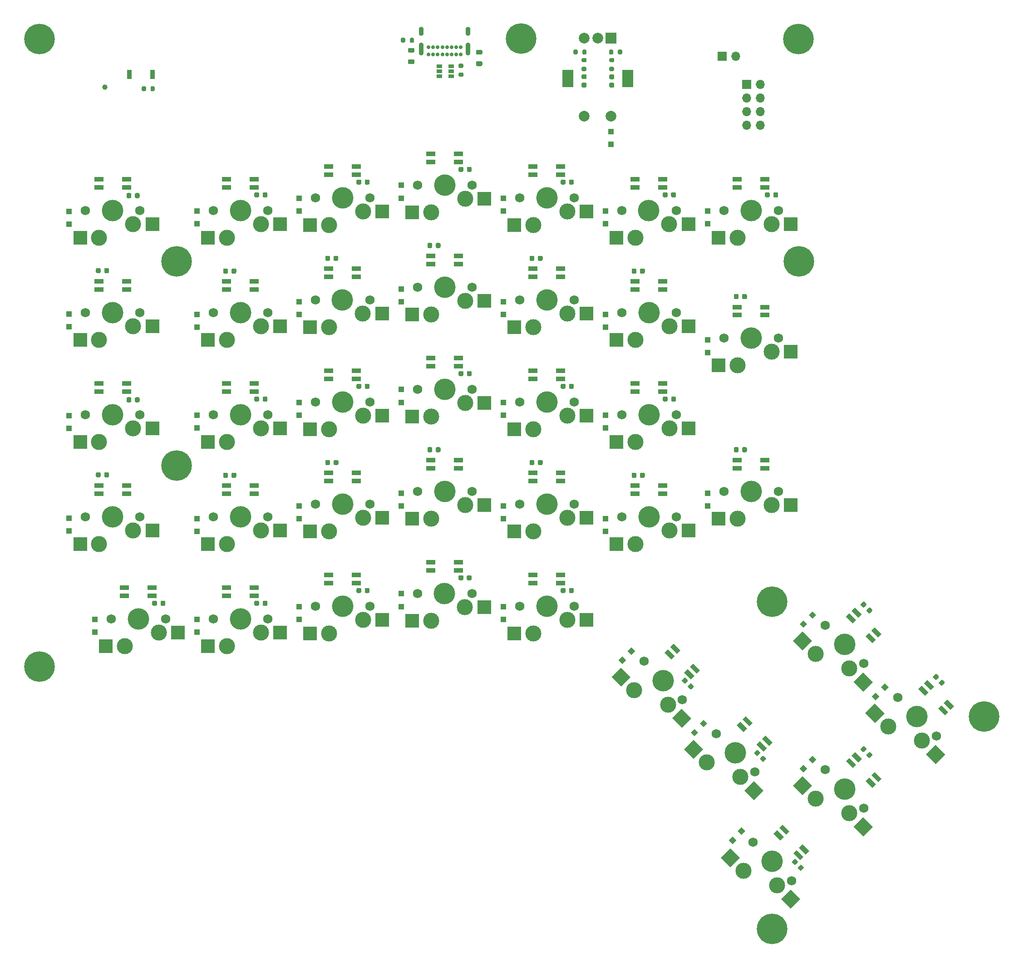
<source format=gbr>
%TF.GenerationSoftware,KiCad,Pcbnew,(5.1.8)-1*%
%TF.CreationDate,2022-07-09T15:07:12+10:00*%
%TF.ProjectId,ergonomic_split_left,6572676f-6e6f-46d6-9963-5f73706c6974,rev?*%
%TF.SameCoordinates,Original*%
%TF.FileFunction,Soldermask,Bot*%
%TF.FilePolarity,Negative*%
%FSLAX46Y46*%
G04 Gerber Fmt 4.6, Leading zero omitted, Abs format (unit mm)*
G04 Created by KiCad (PCBNEW (5.1.8)-1) date 2022-07-09 15:07:12*
%MOMM*%
%LPD*%
G01*
G04 APERTURE LIST*
%ADD10R,2.000000X2.000000*%
%ADD11C,2.000000*%
%ADD12R,2.000000X3.200000*%
%ADD13O,1.700000X1.700000*%
%ADD14R,1.700000X1.700000*%
%ADD15R,1.000000X1.000000*%
%ADD16C,1.750000*%
%ADD17C,3.000000*%
%ADD18R,2.550000X2.500000*%
%ADD19C,4.000000*%
%ADD20R,1.800000X0.900000*%
%ADD21C,5.700000*%
%ADD22C,0.100000*%
%ADD23C,0.700000*%
%ADD24O,0.900000X2.400000*%
%ADD25O,0.900000X1.700000*%
%ADD26R,0.900000X1.700000*%
%ADD27C,1.000000*%
%ADD28R,1.060000X0.650000*%
G04 APERTURE END LIST*
D10*
%TO.C,SW40*%
X186637930Y-56769000D03*
D11*
X184137930Y-56769000D03*
X181637930Y-56769000D03*
D12*
X189737930Y-64269000D03*
X178537930Y-64269000D03*
D11*
X186637930Y-71269000D03*
X181637930Y-71269000D03*
%TD*%
D13*
%TO.C,J2*%
X214471250Y-73025000D03*
X211931250Y-73025000D03*
X214471250Y-70485000D03*
X211931250Y-70485000D03*
X214471250Y-67945000D03*
X211931250Y-67945000D03*
X214471250Y-65405000D03*
D14*
X211931250Y-65405000D03*
%TD*%
D13*
%TO.C,J3*%
X209892900Y-60147200D03*
D14*
X207352900Y-60147200D03*
%TD*%
%TO.C,SW6*%
G36*
G01*
X101020160Y-162434080D02*
X101020160Y-161934080D01*
G75*
G02*
X101245160Y-161709080I225000J0D01*
G01*
X101695160Y-161709080D01*
G75*
G02*
X101920160Y-161934080I0J-225000D01*
G01*
X101920160Y-162434080D01*
G75*
G02*
X101695160Y-162659080I-225000J0D01*
G01*
X101245160Y-162659080D01*
G75*
G02*
X101020160Y-162434080I0J225000D01*
G01*
G37*
G36*
G01*
X102570160Y-162434080D02*
X102570160Y-161934080D01*
G75*
G02*
X102795160Y-161709080I225000J0D01*
G01*
X103245160Y-161709080D01*
G75*
G02*
X103470160Y-161934080I0J-225000D01*
G01*
X103470160Y-162434080D01*
G75*
G02*
X103245160Y-162659080I-225000J0D01*
G01*
X102795160Y-162659080D01*
G75*
G02*
X102570160Y-162434080I0J225000D01*
G01*
G37*
D15*
X90368120Y-165168580D03*
X90368120Y-167568580D03*
D16*
X103502460Y-165096190D03*
X93342460Y-165096190D03*
D17*
X95882460Y-170176190D03*
D18*
X105831260Y-167636310D03*
D17*
X102231260Y-167636310D03*
D19*
X98421260Y-165096310D03*
D20*
X95821260Y-160796310D03*
D18*
X92406260Y-170176310D03*
D20*
X95821260Y-159296310D03*
X101021260Y-159296310D03*
X101021260Y-160796310D03*
%TD*%
D21*
%TO.C,H10*%
X216693750Y-161925000D03*
%TD*%
%TO.C,H9*%
X221625160Y-98425000D03*
%TD*%
%TO.C,H8*%
X221589600Y-56870600D03*
%TD*%
%TO.C,H7*%
X105568750Y-98425000D03*
%TD*%
%TO.C,H6*%
X256230070Y-183342330D03*
%TD*%
%TO.C,H5*%
X169862500Y-56794400D03*
%TD*%
%TO.C,H4*%
X105568750Y-136525000D03*
%TD*%
%TO.C,H3*%
X216641730Y-222905270D03*
%TD*%
%TO.C,H2*%
X80035400Y-173964600D03*
%TD*%
%TO.C,H1*%
X80035400Y-56870600D03*
%TD*%
D15*
%TO.C,D1*%
X186608720Y-76537520D03*
X186608720Y-74137520D03*
%TD*%
%TO.C,SW37*%
G36*
G01*
X209508640Y-133787960D02*
X209508640Y-133287960D01*
G75*
G02*
X209733640Y-133062960I225000J0D01*
G01*
X210183640Y-133062960D01*
G75*
G02*
X210408640Y-133287960I0J-225000D01*
G01*
X210408640Y-133787960D01*
G75*
G02*
X210183640Y-134012960I-225000J0D01*
G01*
X209733640Y-134012960D01*
G75*
G02*
X209508640Y-133787960I0J225000D01*
G01*
G37*
X204602080Y-141627860D03*
X204602080Y-144027860D03*
G36*
G01*
X211058640Y-133787960D02*
X211058640Y-133287960D01*
G75*
G02*
X211283640Y-133062960I225000J0D01*
G01*
X211733640Y-133062960D01*
G75*
G02*
X211958640Y-133287960I0J-225000D01*
G01*
X211958640Y-133787960D01*
G75*
G02*
X211733640Y-134012960I-225000J0D01*
G01*
X211283640Y-134012960D01*
G75*
G02*
X211058640Y-133787960I0J225000D01*
G01*
G37*
D20*
X210122460Y-136984960D03*
D17*
X210182460Y-146364960D03*
D20*
X215322460Y-135484960D03*
X210122460Y-135484960D03*
X215322460Y-136984960D03*
D16*
X217802460Y-141283690D03*
X207642460Y-141283690D03*
D18*
X220131260Y-143823810D03*
D17*
X216531260Y-143823810D03*
D19*
X212721260Y-141283810D03*
D18*
X206706260Y-146363810D03*
%TD*%
%TO.C,SW36*%
G36*
G01*
X209508640Y-105212960D02*
X209508640Y-104712960D01*
G75*
G02*
X209733640Y-104487960I225000J0D01*
G01*
X210183640Y-104487960D01*
G75*
G02*
X210408640Y-104712960I0J-225000D01*
G01*
X210408640Y-105212960D01*
G75*
G02*
X210183640Y-105437960I-225000J0D01*
G01*
X209733640Y-105437960D01*
G75*
G02*
X209508640Y-105212960I0J225000D01*
G01*
G37*
D15*
X204602080Y-113052860D03*
X204602080Y-115452860D03*
G36*
G01*
X211058640Y-105212960D02*
X211058640Y-104712960D01*
G75*
G02*
X211283640Y-104487960I225000J0D01*
G01*
X211733640Y-104487960D01*
G75*
G02*
X211958640Y-104712960I0J-225000D01*
G01*
X211958640Y-105212960D01*
G75*
G02*
X211733640Y-105437960I-225000J0D01*
G01*
X211283640Y-105437960D01*
G75*
G02*
X211058640Y-105212960I0J225000D01*
G01*
G37*
D20*
X210122460Y-108409960D03*
D17*
X210182460Y-117789960D03*
D20*
X215322460Y-106909960D03*
X210122460Y-106909960D03*
X215322460Y-108409960D03*
D16*
X217802460Y-112708690D03*
X207642460Y-112708690D03*
D18*
X220131260Y-115248810D03*
D17*
X216531260Y-115248810D03*
D19*
X212721260Y-112708810D03*
D18*
X206706260Y-117788810D03*
%TD*%
%TO.C,SW24*%
G36*
G01*
X199891302Y-176468775D02*
X200244856Y-176115221D01*
G75*
G02*
X200563054Y-176115221I159099J-159099D01*
G01*
X200881252Y-176433419D01*
G75*
G02*
X200881252Y-176751617I-159099J-159099D01*
G01*
X200527698Y-177105171D01*
G75*
G02*
X200209500Y-177105171I-159099J159099D01*
G01*
X199891302Y-176786973D01*
G75*
G02*
X199891302Y-176468775I159099J159099D01*
G01*
G37*
D22*
G36*
X190373504Y-170380444D02*
G01*
X191080611Y-171087551D01*
X190373504Y-171794658D01*
X189666397Y-171087551D01*
X190373504Y-170380444D01*
G37*
G36*
X188676448Y-172077500D02*
G01*
X189383555Y-172784607D01*
X188676448Y-173491714D01*
X187969341Y-172784607D01*
X188676448Y-172077500D01*
G37*
G36*
G01*
X200987318Y-177564791D02*
X201340872Y-177211237D01*
G75*
G02*
X201659070Y-177211237I159099J-159099D01*
G01*
X201977268Y-177529435D01*
G75*
G02*
X201977268Y-177847633I-159099J-159099D01*
G01*
X201623714Y-178201187D01*
G75*
G02*
X201305516Y-178201187I-159099J159099D01*
G01*
X200987318Y-177882989D01*
G75*
G02*
X200987318Y-177564791I159099J159099D01*
G01*
G37*
D16*
X199931190Y-180183652D03*
X192746986Y-172999447D03*
D17*
X190950934Y-178387601D03*
D22*
G36*
X201567210Y-183644177D02*
G01*
X199799443Y-185411944D01*
X197996320Y-183608821D01*
X199764087Y-181841054D01*
X201567210Y-183644177D01*
G37*
D17*
X197236180Y-181080914D03*
D19*
X196338155Y-176590786D03*
D22*
G36*
X198494830Y-172029947D02*
G01*
X197858434Y-172666343D01*
X196585642Y-171393551D01*
X197222038Y-170757155D01*
X198494830Y-172029947D01*
G37*
G36*
X190278250Y-175947319D02*
G01*
X188510483Y-177715086D01*
X186707360Y-175911963D01*
X188475127Y-174144196D01*
X190278250Y-175947319D01*
G37*
G36*
X199555490Y-170969287D02*
G01*
X198919094Y-171605683D01*
X197646302Y-170332891D01*
X198282698Y-169696495D01*
X199555490Y-170969287D01*
G37*
G36*
X203232446Y-174646242D02*
G01*
X202596050Y-175282638D01*
X201323258Y-174009846D01*
X201959654Y-173373450D01*
X203232446Y-174646242D01*
G37*
G36*
X202171785Y-175706903D02*
G01*
X201535389Y-176343299D01*
X200262597Y-175070507D01*
X200898993Y-174434111D01*
X202171785Y-175706903D01*
G37*
%TD*%
%TO.C,SW18*%
G36*
G01*
X213385052Y-189962525D02*
X213738606Y-189608971D01*
G75*
G02*
X214056804Y-189608971I159099J-159099D01*
G01*
X214375002Y-189927169D01*
G75*
G02*
X214375002Y-190245367I-159099J-159099D01*
G01*
X214021448Y-190598921D01*
G75*
G02*
X213703250Y-190598921I-159099J159099D01*
G01*
X213385052Y-190280723D01*
G75*
G02*
X213385052Y-189962525I159099J159099D01*
G01*
G37*
G36*
X203867254Y-183874194D02*
G01*
X204574361Y-184581301D01*
X203867254Y-185288408D01*
X203160147Y-184581301D01*
X203867254Y-183874194D01*
G37*
G36*
X202170198Y-185571250D02*
G01*
X202877305Y-186278357D01*
X202170198Y-186985464D01*
X201463091Y-186278357D01*
X202170198Y-185571250D01*
G37*
G36*
G01*
X214481068Y-191058541D02*
X214834622Y-190704987D01*
G75*
G02*
X215152820Y-190704987I159099J-159099D01*
G01*
X215471018Y-191023185D01*
G75*
G02*
X215471018Y-191341383I-159099J-159099D01*
G01*
X215117464Y-191694937D01*
G75*
G02*
X214799266Y-191694937I-159099J159099D01*
G01*
X214481068Y-191376739D01*
G75*
G02*
X214481068Y-191058541I159099J159099D01*
G01*
G37*
D16*
X213424940Y-193677402D03*
X206240736Y-186493197D03*
D17*
X204444684Y-191881351D03*
D22*
G36*
X215060960Y-197137927D02*
G01*
X213293193Y-198905694D01*
X211490070Y-197102571D01*
X213257837Y-195334804D01*
X215060960Y-197137927D01*
G37*
D17*
X210729930Y-194574664D03*
D19*
X209831905Y-190084536D03*
D22*
G36*
X211988580Y-185523697D02*
G01*
X211352184Y-186160093D01*
X210079392Y-184887301D01*
X210715788Y-184250905D01*
X211988580Y-185523697D01*
G37*
G36*
X203772000Y-189441069D02*
G01*
X202004233Y-191208836D01*
X200201110Y-189405713D01*
X201968877Y-187637946D01*
X203772000Y-189441069D01*
G37*
G36*
X213049240Y-184463037D02*
G01*
X212412844Y-185099433D01*
X211140052Y-183826641D01*
X211776448Y-183190245D01*
X213049240Y-184463037D01*
G37*
G36*
X216726196Y-188139992D02*
G01*
X216089800Y-188776388D01*
X214817008Y-187503596D01*
X215453404Y-186867200D01*
X216726196Y-188139992D01*
G37*
G36*
X215665535Y-189200653D02*
G01*
X215029139Y-189837049D01*
X213756347Y-188564257D01*
X214392743Y-187927861D01*
X215665535Y-189200653D01*
G37*
%TD*%
%TO.C,SW5*%
G36*
G01*
X90522340Y-138469180D02*
X90522340Y-137969180D01*
G75*
G02*
X90747340Y-137744180I225000J0D01*
G01*
X91197340Y-137744180D01*
G75*
G02*
X91422340Y-137969180I0J-225000D01*
G01*
X91422340Y-138469180D01*
G75*
G02*
X91197340Y-138694180I-225000J0D01*
G01*
X90747340Y-138694180D01*
G75*
G02*
X90522340Y-138469180I0J225000D01*
G01*
G37*
D15*
X85473540Y-146296380D03*
X85473540Y-148696380D03*
G36*
G01*
X92072340Y-138469180D02*
X92072340Y-137969180D01*
G75*
G02*
X92297340Y-137744180I225000J0D01*
G01*
X92747340Y-137744180D01*
G75*
G02*
X92972340Y-137969180I0J-225000D01*
G01*
X92972340Y-138469180D01*
G75*
G02*
X92747340Y-138694180I-225000J0D01*
G01*
X92297340Y-138694180D01*
G75*
G02*
X92072340Y-138469180I0J225000D01*
G01*
G37*
D16*
X88579960Y-146047460D03*
D17*
X91119960Y-151127460D03*
X97469960Y-148587460D03*
D16*
X98739960Y-146047460D03*
D19*
X93659960Y-146047460D03*
D20*
X91059960Y-141747460D03*
X96259960Y-140247460D03*
X91059960Y-140247460D03*
X96259960Y-141747460D03*
D18*
X101068760Y-148586310D03*
X87643760Y-151126310D03*
%TD*%
%TO.C,SW4*%
G36*
G01*
X96237340Y-124473780D02*
X96237340Y-123973780D01*
G75*
G02*
X96462340Y-123748780I225000J0D01*
G01*
X96912340Y-123748780D01*
G75*
G02*
X97137340Y-123973780I0J-225000D01*
G01*
X97137340Y-124473780D01*
G75*
G02*
X96912340Y-124698780I-225000J0D01*
G01*
X96462340Y-124698780D01*
G75*
G02*
X96237340Y-124473780I0J225000D01*
G01*
G37*
D15*
X85524340Y-127170180D03*
X85524340Y-129570180D03*
G36*
G01*
X97787340Y-124473780D02*
X97787340Y-123973780D01*
G75*
G02*
X98012340Y-123748780I225000J0D01*
G01*
X98462340Y-123748780D01*
G75*
G02*
X98687340Y-123973780I0J-225000D01*
G01*
X98687340Y-124473780D01*
G75*
G02*
X98462340Y-124698780I-225000J0D01*
G01*
X98012340Y-124698780D01*
G75*
G02*
X97787340Y-124473780I0J225000D01*
G01*
G37*
D17*
X91119960Y-132077460D03*
D16*
X98739960Y-126997460D03*
D19*
X93659960Y-126997460D03*
D16*
X88579960Y-126996190D03*
D18*
X101068760Y-129536310D03*
D17*
X97468760Y-129536310D03*
D20*
X91058760Y-122696310D03*
D18*
X87643760Y-132076310D03*
D20*
X91058760Y-121196310D03*
X96258760Y-121196310D03*
X96258760Y-122696310D03*
%TD*%
%TO.C,SW3*%
G36*
G01*
X90522340Y-100369180D02*
X90522340Y-99869180D01*
G75*
G02*
X90747340Y-99644180I225000J0D01*
G01*
X91197340Y-99644180D01*
G75*
G02*
X91422340Y-99869180I0J-225000D01*
G01*
X91422340Y-100369180D01*
G75*
G02*
X91197340Y-100594180I-225000J0D01*
G01*
X90747340Y-100594180D01*
G75*
G02*
X90522340Y-100369180I0J225000D01*
G01*
G37*
D15*
X85473540Y-108196380D03*
X85473540Y-110596380D03*
G36*
G01*
X92072340Y-100369180D02*
X92072340Y-99869180D01*
G75*
G02*
X92297340Y-99644180I225000J0D01*
G01*
X92747340Y-99644180D01*
G75*
G02*
X92972340Y-99869180I0J-225000D01*
G01*
X92972340Y-100369180D01*
G75*
G02*
X92747340Y-100594180I-225000J0D01*
G01*
X92297340Y-100594180D01*
G75*
G02*
X92072340Y-100369180I0J225000D01*
G01*
G37*
D16*
X88579960Y-107947460D03*
D17*
X91119960Y-113027460D03*
X97469960Y-110487460D03*
D16*
X98739960Y-107947460D03*
D19*
X93659960Y-107947460D03*
D20*
X91059960Y-103647460D03*
X96259960Y-102147460D03*
X91059960Y-102147460D03*
X96259960Y-103647460D03*
D18*
X101068760Y-110486310D03*
X87643760Y-113026310D03*
%TD*%
%TO.C,SW2*%
G36*
G01*
X96237340Y-86373780D02*
X96237340Y-85873780D01*
G75*
G02*
X96462340Y-85648780I225000J0D01*
G01*
X96912340Y-85648780D01*
G75*
G02*
X97137340Y-85873780I0J-225000D01*
G01*
X97137340Y-86373780D01*
G75*
G02*
X96912340Y-86598780I-225000J0D01*
G01*
X96462340Y-86598780D01*
G75*
G02*
X96237340Y-86373780I0J225000D01*
G01*
G37*
D15*
X85524340Y-89070180D03*
X85524340Y-91470180D03*
G36*
G01*
X97787340Y-86373780D02*
X97787340Y-85873780D01*
G75*
G02*
X98012340Y-85648780I225000J0D01*
G01*
X98462340Y-85648780D01*
G75*
G02*
X98687340Y-85873780I0J-225000D01*
G01*
X98687340Y-86373780D01*
G75*
G02*
X98462340Y-86598780I-225000J0D01*
G01*
X98012340Y-86598780D01*
G75*
G02*
X97787340Y-86373780I0J225000D01*
G01*
G37*
D17*
X91119960Y-93977460D03*
D16*
X98739960Y-88897460D03*
D19*
X93659960Y-88897460D03*
D16*
X88579960Y-88896190D03*
D18*
X101068760Y-91436310D03*
D17*
X97468760Y-91436310D03*
D20*
X91058760Y-84596310D03*
D18*
X87643760Y-93976310D03*
D20*
X91058760Y-83096310D03*
X96258760Y-83096310D03*
X96258760Y-84596310D03*
%TD*%
%TO.C,SW39*%
G36*
G01*
X215320160Y-86234080D02*
X215320160Y-85734080D01*
G75*
G02*
X215545160Y-85509080I225000J0D01*
G01*
X215995160Y-85509080D01*
G75*
G02*
X216220160Y-85734080I0J-225000D01*
G01*
X216220160Y-86234080D01*
G75*
G02*
X215995160Y-86459080I-225000J0D01*
G01*
X215545160Y-86459080D01*
G75*
G02*
X215320160Y-86234080I0J225000D01*
G01*
G37*
G36*
G01*
X216870160Y-86234080D02*
X216870160Y-85734080D01*
G75*
G02*
X217095160Y-85509080I225000J0D01*
G01*
X217545160Y-85509080D01*
G75*
G02*
X217770160Y-85734080I0J-225000D01*
G01*
X217770160Y-86234080D01*
G75*
G02*
X217545160Y-86459080I-225000J0D01*
G01*
X217095160Y-86459080D01*
G75*
G02*
X216870160Y-86234080I0J225000D01*
G01*
G37*
D15*
X204668120Y-88968580D03*
X204668120Y-91368580D03*
D16*
X217802460Y-88896190D03*
X207642460Y-88896190D03*
D17*
X210182460Y-93976190D03*
D18*
X220131260Y-91436310D03*
D17*
X216531260Y-91436310D03*
D19*
X212721260Y-88896310D03*
D20*
X210121260Y-84596310D03*
D18*
X206706260Y-93976310D03*
D20*
X210121260Y-83096310D03*
X215321260Y-83096310D03*
X215321260Y-84596310D03*
%TD*%
%TO.C,SW38*%
G36*
G01*
X246709915Y-175778965D02*
X247063469Y-175425411D01*
G75*
G02*
X247381667Y-175425411I159099J-159099D01*
G01*
X247699865Y-175743609D01*
G75*
G02*
X247699865Y-176061807I-159099J-159099D01*
G01*
X247346311Y-176415361D01*
G75*
G02*
X247028113Y-176415361I-159099J159099D01*
G01*
X246709915Y-176097163D01*
G75*
G02*
X246709915Y-175778965I159099J159099D01*
G01*
G37*
D22*
G36*
X237696807Y-177146042D02*
G01*
X238403914Y-177853149D01*
X237696807Y-178560256D01*
X236989700Y-177853149D01*
X237696807Y-177146042D01*
G37*
G36*
X235999751Y-178843098D02*
G01*
X236706858Y-179550205D01*
X235999751Y-180257312D01*
X235292644Y-179550205D01*
X235999751Y-178843098D01*
G37*
G36*
G01*
X247805931Y-176874980D02*
X248159485Y-176521426D01*
G75*
G02*
X248477683Y-176521426I159099J-159099D01*
G01*
X248795881Y-176839624D01*
G75*
G02*
X248795881Y-177157822I-159099J-159099D01*
G01*
X248442327Y-177511376D01*
G75*
G02*
X248124129Y-177511376I-159099J159099D01*
G01*
X247805931Y-177193178D01*
G75*
G02*
X247805931Y-176874980I159099J159099D01*
G01*
G37*
G36*
X245837926Y-178791819D02*
G01*
X245201530Y-179428215D01*
X243928738Y-178155423D01*
X244565134Y-177519027D01*
X245837926Y-178791819D01*
G37*
D17*
X238293096Y-185148709D03*
D22*
G36*
X250575541Y-181408114D02*
G01*
X249939145Y-182044510D01*
X248666353Y-180771718D01*
X249302749Y-180135322D01*
X250575541Y-181408114D01*
G37*
G36*
X246898586Y-177731159D02*
G01*
X246262190Y-178367555D01*
X244989398Y-177094763D01*
X245625794Y-176458367D01*
X246898586Y-177731159D01*
G37*
G36*
X249514881Y-182468774D02*
G01*
X248878485Y-183105170D01*
X247605693Y-181832378D01*
X248242089Y-181195982D01*
X249514881Y-182468774D01*
G37*
D16*
X247274250Y-186943862D03*
X240090046Y-179759657D03*
D22*
G36*
X248910270Y-190404387D02*
G01*
X247142503Y-192172154D01*
X245339380Y-190369031D01*
X247107147Y-188601264D01*
X248910270Y-190404387D01*
G37*
D17*
X244579240Y-187841124D03*
D19*
X243681215Y-183350996D03*
D22*
G36*
X237621310Y-182707529D02*
G01*
X235853543Y-184475296D01*
X234050420Y-182672173D01*
X235818187Y-180904406D01*
X237621310Y-182707529D01*
G37*
%TD*%
%TO.C,SW35*%
G36*
G01*
X233216165Y-162285215D02*
X233569719Y-161931661D01*
G75*
G02*
X233887917Y-161931661I159099J-159099D01*
G01*
X234206115Y-162249859D01*
G75*
G02*
X234206115Y-162568057I-159099J-159099D01*
G01*
X233852561Y-162921611D01*
G75*
G02*
X233534363Y-162921611I-159099J159099D01*
G01*
X233216165Y-162603413D01*
G75*
G02*
X233216165Y-162285215I159099J159099D01*
G01*
G37*
G36*
X224203057Y-163652292D02*
G01*
X224910164Y-164359399D01*
X224203057Y-165066506D01*
X223495950Y-164359399D01*
X224203057Y-163652292D01*
G37*
G36*
X222506001Y-165349348D02*
G01*
X223213108Y-166056455D01*
X222506001Y-166763562D01*
X221798894Y-166056455D01*
X222506001Y-165349348D01*
G37*
G36*
G01*
X234312181Y-163381230D02*
X234665735Y-163027676D01*
G75*
G02*
X234983933Y-163027676I159099J-159099D01*
G01*
X235302131Y-163345874D01*
G75*
G02*
X235302131Y-163664072I-159099J-159099D01*
G01*
X234948577Y-164017626D01*
G75*
G02*
X234630379Y-164017626I-159099J159099D01*
G01*
X234312181Y-163699428D01*
G75*
G02*
X234312181Y-163381230I159099J159099D01*
G01*
G37*
G36*
X232344176Y-165298069D02*
G01*
X231707780Y-165934465D01*
X230434988Y-164661673D01*
X231071384Y-164025277D01*
X232344176Y-165298069D01*
G37*
D17*
X224799346Y-171654959D03*
D22*
G36*
X237081791Y-167914364D02*
G01*
X236445395Y-168550760D01*
X235172603Y-167277968D01*
X235808999Y-166641572D01*
X237081791Y-167914364D01*
G37*
G36*
X233404836Y-164237409D02*
G01*
X232768440Y-164873805D01*
X231495648Y-163601013D01*
X232132044Y-162964617D01*
X233404836Y-164237409D01*
G37*
G36*
X236021131Y-168975024D02*
G01*
X235384735Y-169611420D01*
X234111943Y-168338628D01*
X234748339Y-167702232D01*
X236021131Y-168975024D01*
G37*
D16*
X233780500Y-173450112D03*
X226596296Y-166265907D03*
D22*
G36*
X235416520Y-176910637D02*
G01*
X233648753Y-178678404D01*
X231845630Y-176875281D01*
X233613397Y-175107514D01*
X235416520Y-176910637D01*
G37*
D17*
X231085490Y-174347374D03*
D19*
X230187465Y-169857246D03*
D22*
G36*
X224127560Y-169213779D02*
G01*
X222359793Y-170981546D01*
X220556670Y-169178423D01*
X222324437Y-167410656D01*
X224127560Y-169213779D01*
G37*
%TD*%
%TO.C,SW34*%
G36*
G01*
X190458640Y-138550460D02*
X190458640Y-138050460D01*
G75*
G02*
X190683640Y-137825460I225000J0D01*
G01*
X191133640Y-137825460D01*
G75*
G02*
X191358640Y-138050460I0J-225000D01*
G01*
X191358640Y-138550460D01*
G75*
G02*
X191133640Y-138775460I-225000J0D01*
G01*
X190683640Y-138775460D01*
G75*
G02*
X190458640Y-138550460I0J225000D01*
G01*
G37*
D15*
X185552080Y-146390360D03*
X185552080Y-148790360D03*
G36*
G01*
X192008640Y-138550460D02*
X192008640Y-138050460D01*
G75*
G02*
X192233640Y-137825460I225000J0D01*
G01*
X192683640Y-137825460D01*
G75*
G02*
X192908640Y-138050460I0J-225000D01*
G01*
X192908640Y-138550460D01*
G75*
G02*
X192683640Y-138775460I-225000J0D01*
G01*
X192233640Y-138775460D01*
G75*
G02*
X192008640Y-138550460I0J225000D01*
G01*
G37*
D20*
X191072460Y-141747460D03*
D17*
X191132460Y-151127460D03*
D20*
X196272460Y-140247460D03*
X191072460Y-140247460D03*
X196272460Y-141747460D03*
D16*
X198752460Y-146046190D03*
X188592460Y-146046190D03*
D18*
X201081260Y-148586310D03*
D17*
X197481260Y-148586310D03*
D19*
X193671260Y-146046310D03*
D18*
X187656260Y-151126310D03*
%TD*%
%TO.C,SW33*%
G36*
G01*
X196270160Y-124334080D02*
X196270160Y-123834080D01*
G75*
G02*
X196495160Y-123609080I225000J0D01*
G01*
X196945160Y-123609080D01*
G75*
G02*
X197170160Y-123834080I0J-225000D01*
G01*
X197170160Y-124334080D01*
G75*
G02*
X196945160Y-124559080I-225000J0D01*
G01*
X196495160Y-124559080D01*
G75*
G02*
X196270160Y-124334080I0J225000D01*
G01*
G37*
G36*
G01*
X197820160Y-124334080D02*
X197820160Y-123834080D01*
G75*
G02*
X198045160Y-123609080I225000J0D01*
G01*
X198495160Y-123609080D01*
G75*
G02*
X198720160Y-123834080I0J-225000D01*
G01*
X198720160Y-124334080D01*
G75*
G02*
X198495160Y-124559080I-225000J0D01*
G01*
X198045160Y-124559080D01*
G75*
G02*
X197820160Y-124334080I0J225000D01*
G01*
G37*
D15*
X185618120Y-127068580D03*
X185618120Y-129468580D03*
D16*
X198752460Y-126996190D03*
X188592460Y-126996190D03*
D17*
X191132460Y-132076190D03*
D18*
X201081260Y-129536310D03*
D17*
X197481260Y-129536310D03*
D19*
X193671260Y-126996310D03*
D20*
X191071260Y-122696310D03*
D18*
X187656260Y-132076310D03*
D20*
X191071260Y-121196310D03*
X196271260Y-121196310D03*
X196271260Y-122696310D03*
%TD*%
%TO.C,SW32*%
G36*
G01*
X190458640Y-100450460D02*
X190458640Y-99950460D01*
G75*
G02*
X190683640Y-99725460I225000J0D01*
G01*
X191133640Y-99725460D01*
G75*
G02*
X191358640Y-99950460I0J-225000D01*
G01*
X191358640Y-100450460D01*
G75*
G02*
X191133640Y-100675460I-225000J0D01*
G01*
X190683640Y-100675460D01*
G75*
G02*
X190458640Y-100450460I0J225000D01*
G01*
G37*
D15*
X185552080Y-108290360D03*
X185552080Y-110690360D03*
G36*
G01*
X192008640Y-100450460D02*
X192008640Y-99950460D01*
G75*
G02*
X192233640Y-99725460I225000J0D01*
G01*
X192683640Y-99725460D01*
G75*
G02*
X192908640Y-99950460I0J-225000D01*
G01*
X192908640Y-100450460D01*
G75*
G02*
X192683640Y-100675460I-225000J0D01*
G01*
X192233640Y-100675460D01*
G75*
G02*
X192008640Y-100450460I0J225000D01*
G01*
G37*
D20*
X191072460Y-103647460D03*
D17*
X191132460Y-113027460D03*
D20*
X196272460Y-102147460D03*
X191072460Y-102147460D03*
X196272460Y-103647460D03*
D16*
X198752460Y-107946190D03*
X188592460Y-107946190D03*
D18*
X201081260Y-110486310D03*
D17*
X197481260Y-110486310D03*
D19*
X193671260Y-107946310D03*
D18*
X187656260Y-113026310D03*
%TD*%
%TO.C,SW31*%
G36*
G01*
X196266420Y-86230390D02*
X196266420Y-85730390D01*
G75*
G02*
X196491420Y-85505390I225000J0D01*
G01*
X196941420Y-85505390D01*
G75*
G02*
X197166420Y-85730390I0J-225000D01*
G01*
X197166420Y-86230390D01*
G75*
G02*
X196941420Y-86455390I-225000J0D01*
G01*
X196491420Y-86455390D01*
G75*
G02*
X196266420Y-86230390I0J225000D01*
G01*
G37*
G36*
G01*
X197816420Y-86230390D02*
X197816420Y-85730390D01*
G75*
G02*
X198041420Y-85505390I225000J0D01*
G01*
X198491420Y-85505390D01*
G75*
G02*
X198716420Y-85730390I0J-225000D01*
G01*
X198716420Y-86230390D01*
G75*
G02*
X198491420Y-86455390I-225000J0D01*
G01*
X198041420Y-86455390D01*
G75*
G02*
X197816420Y-86230390I0J225000D01*
G01*
G37*
D15*
X185614380Y-88964890D03*
X185614380Y-91364890D03*
D16*
X198748720Y-88892500D03*
X188588720Y-88892500D03*
D17*
X191128720Y-93972500D03*
D18*
X201077520Y-91432620D03*
D17*
X197477520Y-91432620D03*
D19*
X193667520Y-88892620D03*
D20*
X191067520Y-84592620D03*
D18*
X187652520Y-93972620D03*
D20*
X191067520Y-83092620D03*
X196267520Y-83092620D03*
X196267520Y-84592620D03*
%TD*%
%TO.C,SW30*%
G36*
G01*
X233216130Y-189267461D02*
X233569684Y-188913907D01*
G75*
G02*
X233887882Y-188913907I159099J-159099D01*
G01*
X234206080Y-189232105D01*
G75*
G02*
X234206080Y-189550303I-159099J-159099D01*
G01*
X233852526Y-189903857D01*
G75*
G02*
X233534328Y-189903857I-159099J159099D01*
G01*
X233216130Y-189585659D01*
G75*
G02*
X233216130Y-189267461I159099J159099D01*
G01*
G37*
D22*
G36*
X224203022Y-190634538D02*
G01*
X224910129Y-191341645D01*
X224203022Y-192048752D01*
X223495915Y-191341645D01*
X224203022Y-190634538D01*
G37*
G36*
X222505966Y-192331594D02*
G01*
X223213073Y-193038701D01*
X222505966Y-193745808D01*
X221798859Y-193038701D01*
X222505966Y-192331594D01*
G37*
G36*
G01*
X234312146Y-190363476D02*
X234665700Y-190009922D01*
G75*
G02*
X234983898Y-190009922I159099J-159099D01*
G01*
X235302096Y-190328120D01*
G75*
G02*
X235302096Y-190646318I-159099J-159099D01*
G01*
X234948542Y-190999872D01*
G75*
G02*
X234630344Y-190999872I-159099J159099D01*
G01*
X234312146Y-190681674D01*
G75*
G02*
X234312146Y-190363476I159099J159099D01*
G01*
G37*
G36*
X232344141Y-192280315D02*
G01*
X231707745Y-192916711D01*
X230434953Y-191643919D01*
X231071349Y-191007523D01*
X232344141Y-192280315D01*
G37*
D17*
X224799311Y-198637205D03*
D22*
G36*
X237081756Y-194896610D02*
G01*
X236445360Y-195533006D01*
X235172568Y-194260214D01*
X235808964Y-193623818D01*
X237081756Y-194896610D01*
G37*
G36*
X233404801Y-191219655D02*
G01*
X232768405Y-191856051D01*
X231495613Y-190583259D01*
X232132009Y-189946863D01*
X233404801Y-191219655D01*
G37*
G36*
X236021096Y-195957270D02*
G01*
X235384700Y-196593666D01*
X234111908Y-195320874D01*
X234748304Y-194684478D01*
X236021096Y-195957270D01*
G37*
D16*
X233780465Y-200432358D03*
X226596261Y-193248153D03*
D22*
G36*
X235416485Y-203892883D02*
G01*
X233648718Y-205660650D01*
X231845595Y-203857527D01*
X233613362Y-202089760D01*
X235416485Y-203892883D01*
G37*
D17*
X231085455Y-201329620D03*
D19*
X230187430Y-196839492D03*
D22*
G36*
X224127525Y-196196025D02*
G01*
X222359758Y-197963792D01*
X220556635Y-196160669D01*
X222324402Y-194392902D01*
X224127525Y-196196025D01*
G37*
%TD*%
%TO.C,SW29*%
G36*
G01*
X177220160Y-160052830D02*
X177220160Y-159552830D01*
G75*
G02*
X177445160Y-159327830I225000J0D01*
G01*
X177895160Y-159327830D01*
G75*
G02*
X178120160Y-159552830I0J-225000D01*
G01*
X178120160Y-160052830D01*
G75*
G02*
X177895160Y-160277830I-225000J0D01*
G01*
X177445160Y-160277830D01*
G75*
G02*
X177220160Y-160052830I0J225000D01*
G01*
G37*
G36*
G01*
X178770160Y-160052830D02*
X178770160Y-159552830D01*
G75*
G02*
X178995160Y-159327830I225000J0D01*
G01*
X179445160Y-159327830D01*
G75*
G02*
X179670160Y-159552830I0J-225000D01*
G01*
X179670160Y-160052830D01*
G75*
G02*
X179445160Y-160277830I-225000J0D01*
G01*
X178995160Y-160277830D01*
G75*
G02*
X178770160Y-160052830I0J225000D01*
G01*
G37*
D15*
X166568120Y-162787330D03*
X166568120Y-165187330D03*
D16*
X179702460Y-162714940D03*
X169542460Y-162714940D03*
D17*
X172082460Y-167794940D03*
D18*
X182031260Y-165255060D03*
D17*
X178431260Y-165255060D03*
D19*
X174621260Y-162715060D03*
D20*
X172021260Y-158415060D03*
D18*
X168606260Y-167795060D03*
D20*
X172021260Y-156915060D03*
X177221260Y-156915060D03*
X177221260Y-158415060D03*
%TD*%
%TO.C,SW28*%
G36*
G01*
X171408640Y-136169210D02*
X171408640Y-135669210D01*
G75*
G02*
X171633640Y-135444210I225000J0D01*
G01*
X172083640Y-135444210D01*
G75*
G02*
X172308640Y-135669210I0J-225000D01*
G01*
X172308640Y-136169210D01*
G75*
G02*
X172083640Y-136394210I-225000J0D01*
G01*
X171633640Y-136394210D01*
G75*
G02*
X171408640Y-136169210I0J225000D01*
G01*
G37*
D15*
X166502080Y-144009110D03*
X166502080Y-146409110D03*
G36*
G01*
X172958640Y-136169210D02*
X172958640Y-135669210D01*
G75*
G02*
X173183640Y-135444210I225000J0D01*
G01*
X173633640Y-135444210D01*
G75*
G02*
X173858640Y-135669210I0J-225000D01*
G01*
X173858640Y-136169210D01*
G75*
G02*
X173633640Y-136394210I-225000J0D01*
G01*
X173183640Y-136394210D01*
G75*
G02*
X172958640Y-136169210I0J225000D01*
G01*
G37*
D20*
X172022460Y-139366210D03*
D17*
X172082460Y-148746210D03*
D20*
X177222460Y-137866210D03*
X172022460Y-137866210D03*
X177222460Y-139366210D03*
D16*
X179702460Y-143664940D03*
X169542460Y-143664940D03*
D18*
X182031260Y-146205060D03*
D17*
X178431260Y-146205060D03*
D19*
X174621260Y-143665060D03*
D18*
X168606260Y-148745060D03*
%TD*%
%TO.C,SW27*%
G36*
G01*
X177220160Y-121952830D02*
X177220160Y-121452830D01*
G75*
G02*
X177445160Y-121227830I225000J0D01*
G01*
X177895160Y-121227830D01*
G75*
G02*
X178120160Y-121452830I0J-225000D01*
G01*
X178120160Y-121952830D01*
G75*
G02*
X177895160Y-122177830I-225000J0D01*
G01*
X177445160Y-122177830D01*
G75*
G02*
X177220160Y-121952830I0J225000D01*
G01*
G37*
G36*
G01*
X178770160Y-121952830D02*
X178770160Y-121452830D01*
G75*
G02*
X178995160Y-121227830I225000J0D01*
G01*
X179445160Y-121227830D01*
G75*
G02*
X179670160Y-121452830I0J-225000D01*
G01*
X179670160Y-121952830D01*
G75*
G02*
X179445160Y-122177830I-225000J0D01*
G01*
X178995160Y-122177830D01*
G75*
G02*
X178770160Y-121952830I0J225000D01*
G01*
G37*
D15*
X166568120Y-124687330D03*
X166568120Y-127087330D03*
D16*
X179702460Y-124614940D03*
X169542460Y-124614940D03*
D17*
X172082460Y-129694940D03*
D18*
X182031260Y-127155060D03*
D17*
X178431260Y-127155060D03*
D19*
X174621260Y-124615060D03*
D20*
X172021260Y-120315060D03*
D18*
X168606260Y-129695060D03*
D20*
X172021260Y-118815060D03*
X177221260Y-118815060D03*
X177221260Y-120315060D03*
%TD*%
%TO.C,SW26*%
G36*
G01*
X171408640Y-98069210D02*
X171408640Y-97569210D01*
G75*
G02*
X171633640Y-97344210I225000J0D01*
G01*
X172083640Y-97344210D01*
G75*
G02*
X172308640Y-97569210I0J-225000D01*
G01*
X172308640Y-98069210D01*
G75*
G02*
X172083640Y-98294210I-225000J0D01*
G01*
X171633640Y-98294210D01*
G75*
G02*
X171408640Y-98069210I0J225000D01*
G01*
G37*
D15*
X166502080Y-105909110D03*
X166502080Y-108309110D03*
G36*
G01*
X172958640Y-98069210D02*
X172958640Y-97569210D01*
G75*
G02*
X173183640Y-97344210I225000J0D01*
G01*
X173633640Y-97344210D01*
G75*
G02*
X173858640Y-97569210I0J-225000D01*
G01*
X173858640Y-98069210D01*
G75*
G02*
X173633640Y-98294210I-225000J0D01*
G01*
X173183640Y-98294210D01*
G75*
G02*
X172958640Y-98069210I0J225000D01*
G01*
G37*
D20*
X172022460Y-101266210D03*
D17*
X172082460Y-110646210D03*
D20*
X177222460Y-99766210D03*
X172022460Y-99766210D03*
X177222460Y-101266210D03*
D16*
X179702460Y-105564940D03*
X169542460Y-105564940D03*
D18*
X182031260Y-108105060D03*
D17*
X178431260Y-108105060D03*
D19*
X174621260Y-105565060D03*
D18*
X168606260Y-110645060D03*
%TD*%
%TO.C,SW25*%
G36*
G01*
X177220160Y-83852830D02*
X177220160Y-83352830D01*
G75*
G02*
X177445160Y-83127830I225000J0D01*
G01*
X177895160Y-83127830D01*
G75*
G02*
X178120160Y-83352830I0J-225000D01*
G01*
X178120160Y-83852830D01*
G75*
G02*
X177895160Y-84077830I-225000J0D01*
G01*
X177445160Y-84077830D01*
G75*
G02*
X177220160Y-83852830I0J225000D01*
G01*
G37*
G36*
G01*
X178770160Y-83852830D02*
X178770160Y-83352830D01*
G75*
G02*
X178995160Y-83127830I225000J0D01*
G01*
X179445160Y-83127830D01*
G75*
G02*
X179670160Y-83352830I0J-225000D01*
G01*
X179670160Y-83852830D01*
G75*
G02*
X179445160Y-84077830I-225000J0D01*
G01*
X178995160Y-84077830D01*
G75*
G02*
X178770160Y-83852830I0J225000D01*
G01*
G37*
D15*
X166568120Y-86587330D03*
X166568120Y-88987330D03*
D16*
X179702460Y-86514940D03*
X169542460Y-86514940D03*
D17*
X172082460Y-91594940D03*
D18*
X182031260Y-89055060D03*
D17*
X178431260Y-89055060D03*
D19*
X174621260Y-86515060D03*
D20*
X172021260Y-82215060D03*
D18*
X168606260Y-91595060D03*
D20*
X172021260Y-80715060D03*
X177221260Y-80715060D03*
X177221260Y-82215060D03*
%TD*%
%TO.C,SW23*%
G36*
G01*
X158166420Y-157671580D02*
X158166420Y-157171580D01*
G75*
G02*
X158391420Y-156946580I225000J0D01*
G01*
X158841420Y-156946580D01*
G75*
G02*
X159066420Y-157171580I0J-225000D01*
G01*
X159066420Y-157671580D01*
G75*
G02*
X158841420Y-157896580I-225000J0D01*
G01*
X158391420Y-157896580D01*
G75*
G02*
X158166420Y-157671580I0J225000D01*
G01*
G37*
G36*
G01*
X159716420Y-157671580D02*
X159716420Y-157171580D01*
G75*
G02*
X159941420Y-156946580I225000J0D01*
G01*
X160391420Y-156946580D01*
G75*
G02*
X160616420Y-157171580I0J-225000D01*
G01*
X160616420Y-157671580D01*
G75*
G02*
X160391420Y-157896580I-225000J0D01*
G01*
X159941420Y-157896580D01*
G75*
G02*
X159716420Y-157671580I0J225000D01*
G01*
G37*
D15*
X147514380Y-160406080D03*
X147514380Y-162806080D03*
D16*
X160648720Y-160333690D03*
X150488720Y-160333690D03*
D17*
X153028720Y-165413690D03*
D18*
X162977520Y-162873810D03*
D17*
X159377520Y-162873810D03*
D19*
X155567520Y-160333810D03*
D20*
X152967520Y-156033810D03*
D18*
X149552520Y-165413810D03*
D20*
X152967520Y-154533810D03*
X158167520Y-154533810D03*
X158167520Y-156033810D03*
%TD*%
%TO.C,SW22*%
G36*
G01*
X152358640Y-133787960D02*
X152358640Y-133287960D01*
G75*
G02*
X152583640Y-133062960I225000J0D01*
G01*
X153033640Y-133062960D01*
G75*
G02*
X153258640Y-133287960I0J-225000D01*
G01*
X153258640Y-133787960D01*
G75*
G02*
X153033640Y-134012960I-225000J0D01*
G01*
X152583640Y-134012960D01*
G75*
G02*
X152358640Y-133787960I0J225000D01*
G01*
G37*
D15*
X147452080Y-141627860D03*
X147452080Y-144027860D03*
G36*
G01*
X153908640Y-133787960D02*
X153908640Y-133287960D01*
G75*
G02*
X154133640Y-133062960I225000J0D01*
G01*
X154583640Y-133062960D01*
G75*
G02*
X154808640Y-133287960I0J-225000D01*
G01*
X154808640Y-133787960D01*
G75*
G02*
X154583640Y-134012960I-225000J0D01*
G01*
X154133640Y-134012960D01*
G75*
G02*
X153908640Y-133787960I0J225000D01*
G01*
G37*
D20*
X152972460Y-136984960D03*
D17*
X153032460Y-146364960D03*
D20*
X158172460Y-135484960D03*
X152972460Y-135484960D03*
X158172460Y-136984960D03*
D16*
X160652460Y-141283690D03*
X150492460Y-141283690D03*
D18*
X162981260Y-143823810D03*
D17*
X159381260Y-143823810D03*
D19*
X155571260Y-141283810D03*
D18*
X149556260Y-146363810D03*
%TD*%
%TO.C,SW21*%
G36*
G01*
X158170160Y-119571580D02*
X158170160Y-119071580D01*
G75*
G02*
X158395160Y-118846580I225000J0D01*
G01*
X158845160Y-118846580D01*
G75*
G02*
X159070160Y-119071580I0J-225000D01*
G01*
X159070160Y-119571580D01*
G75*
G02*
X158845160Y-119796580I-225000J0D01*
G01*
X158395160Y-119796580D01*
G75*
G02*
X158170160Y-119571580I0J225000D01*
G01*
G37*
G36*
G01*
X159720160Y-119571580D02*
X159720160Y-119071580D01*
G75*
G02*
X159945160Y-118846580I225000J0D01*
G01*
X160395160Y-118846580D01*
G75*
G02*
X160620160Y-119071580I0J-225000D01*
G01*
X160620160Y-119571580D01*
G75*
G02*
X160395160Y-119796580I-225000J0D01*
G01*
X159945160Y-119796580D01*
G75*
G02*
X159720160Y-119571580I0J225000D01*
G01*
G37*
D15*
X147518120Y-122306080D03*
X147518120Y-124706080D03*
D16*
X160652460Y-122233690D03*
X150492460Y-122233690D03*
D17*
X153032460Y-127313690D03*
D18*
X162981260Y-124773810D03*
D17*
X159381260Y-124773810D03*
D19*
X155571260Y-122233810D03*
D20*
X152971260Y-117933810D03*
D18*
X149556260Y-127313810D03*
D20*
X152971260Y-116433810D03*
X158171260Y-116433810D03*
X158171260Y-117933810D03*
%TD*%
%TO.C,SW20*%
G36*
G01*
X152358640Y-95687960D02*
X152358640Y-95187960D01*
G75*
G02*
X152583640Y-94962960I225000J0D01*
G01*
X153033640Y-94962960D01*
G75*
G02*
X153258640Y-95187960I0J-225000D01*
G01*
X153258640Y-95687960D01*
G75*
G02*
X153033640Y-95912960I-225000J0D01*
G01*
X152583640Y-95912960D01*
G75*
G02*
X152358640Y-95687960I0J225000D01*
G01*
G37*
D15*
X147452080Y-103527860D03*
X147452080Y-105927860D03*
G36*
G01*
X153908640Y-95687960D02*
X153908640Y-95187960D01*
G75*
G02*
X154133640Y-94962960I225000J0D01*
G01*
X154583640Y-94962960D01*
G75*
G02*
X154808640Y-95187960I0J-225000D01*
G01*
X154808640Y-95687960D01*
G75*
G02*
X154583640Y-95912960I-225000J0D01*
G01*
X154133640Y-95912960D01*
G75*
G02*
X153908640Y-95687960I0J225000D01*
G01*
G37*
D20*
X152972460Y-98884960D03*
D17*
X153032460Y-108264960D03*
D20*
X158172460Y-97384960D03*
X152972460Y-97384960D03*
X158172460Y-98884960D03*
D16*
X160652460Y-103183690D03*
X150492460Y-103183690D03*
D18*
X162981260Y-105723810D03*
D17*
X159381260Y-105723810D03*
D19*
X155571260Y-103183810D03*
D18*
X149556260Y-108263810D03*
%TD*%
%TO.C,SW19*%
G36*
G01*
X158170160Y-81467890D02*
X158170160Y-80967890D01*
G75*
G02*
X158395160Y-80742890I225000J0D01*
G01*
X158845160Y-80742890D01*
G75*
G02*
X159070160Y-80967890I0J-225000D01*
G01*
X159070160Y-81467890D01*
G75*
G02*
X158845160Y-81692890I-225000J0D01*
G01*
X158395160Y-81692890D01*
G75*
G02*
X158170160Y-81467890I0J225000D01*
G01*
G37*
G36*
G01*
X159720160Y-81467890D02*
X159720160Y-80967890D01*
G75*
G02*
X159945160Y-80742890I225000J0D01*
G01*
X160395160Y-80742890D01*
G75*
G02*
X160620160Y-80967890I0J-225000D01*
G01*
X160620160Y-81467890D01*
G75*
G02*
X160395160Y-81692890I-225000J0D01*
G01*
X159945160Y-81692890D01*
G75*
G02*
X159720160Y-81467890I0J225000D01*
G01*
G37*
D15*
X147518120Y-84202390D03*
X147518120Y-86602390D03*
D16*
X160652460Y-84130000D03*
X150492460Y-84130000D03*
D17*
X153032460Y-89210000D03*
D18*
X162981260Y-86670120D03*
D17*
X159381260Y-86670120D03*
D19*
X155571260Y-84130120D03*
D20*
X152971260Y-79830120D03*
D18*
X149556260Y-89210120D03*
D20*
X152971260Y-78330120D03*
X158171260Y-78330120D03*
X158171260Y-79830120D03*
%TD*%
%TO.C,SW17*%
G36*
G01*
X139120160Y-160052830D02*
X139120160Y-159552830D01*
G75*
G02*
X139345160Y-159327830I225000J0D01*
G01*
X139795160Y-159327830D01*
G75*
G02*
X140020160Y-159552830I0J-225000D01*
G01*
X140020160Y-160052830D01*
G75*
G02*
X139795160Y-160277830I-225000J0D01*
G01*
X139345160Y-160277830D01*
G75*
G02*
X139120160Y-160052830I0J225000D01*
G01*
G37*
G36*
G01*
X140670160Y-160052830D02*
X140670160Y-159552830D01*
G75*
G02*
X140895160Y-159327830I225000J0D01*
G01*
X141345160Y-159327830D01*
G75*
G02*
X141570160Y-159552830I0J-225000D01*
G01*
X141570160Y-160052830D01*
G75*
G02*
X141345160Y-160277830I-225000J0D01*
G01*
X140895160Y-160277830D01*
G75*
G02*
X140670160Y-160052830I0J225000D01*
G01*
G37*
D15*
X128468120Y-162787330D03*
X128468120Y-165187330D03*
D16*
X141602460Y-162714940D03*
X131442460Y-162714940D03*
D17*
X133982460Y-167794940D03*
D18*
X143931260Y-165255060D03*
D17*
X140331260Y-165255060D03*
D19*
X136521260Y-162715060D03*
D20*
X133921260Y-158415060D03*
D18*
X130506260Y-167795060D03*
D20*
X133921260Y-156915060D03*
X139121260Y-156915060D03*
X139121260Y-158415060D03*
%TD*%
%TO.C,SW16*%
G36*
G01*
X133308640Y-136169210D02*
X133308640Y-135669210D01*
G75*
G02*
X133533640Y-135444210I225000J0D01*
G01*
X133983640Y-135444210D01*
G75*
G02*
X134208640Y-135669210I0J-225000D01*
G01*
X134208640Y-136169210D01*
G75*
G02*
X133983640Y-136394210I-225000J0D01*
G01*
X133533640Y-136394210D01*
G75*
G02*
X133308640Y-136169210I0J225000D01*
G01*
G37*
D15*
X128402080Y-144009110D03*
X128402080Y-146409110D03*
G36*
G01*
X134858640Y-136169210D02*
X134858640Y-135669210D01*
G75*
G02*
X135083640Y-135444210I225000J0D01*
G01*
X135533640Y-135444210D01*
G75*
G02*
X135758640Y-135669210I0J-225000D01*
G01*
X135758640Y-136169210D01*
G75*
G02*
X135533640Y-136394210I-225000J0D01*
G01*
X135083640Y-136394210D01*
G75*
G02*
X134858640Y-136169210I0J225000D01*
G01*
G37*
D20*
X133922460Y-139366210D03*
D17*
X133982460Y-148746210D03*
D20*
X139122460Y-137866210D03*
X133922460Y-137866210D03*
X139122460Y-139366210D03*
D16*
X141602460Y-143664940D03*
X131442460Y-143664940D03*
D18*
X143931260Y-146205060D03*
D17*
X140331260Y-146205060D03*
D19*
X136521260Y-143665060D03*
D18*
X130506260Y-148745060D03*
%TD*%
%TO.C,SW15*%
G36*
G01*
X139120160Y-121952830D02*
X139120160Y-121452830D01*
G75*
G02*
X139345160Y-121227830I225000J0D01*
G01*
X139795160Y-121227830D01*
G75*
G02*
X140020160Y-121452830I0J-225000D01*
G01*
X140020160Y-121952830D01*
G75*
G02*
X139795160Y-122177830I-225000J0D01*
G01*
X139345160Y-122177830D01*
G75*
G02*
X139120160Y-121952830I0J225000D01*
G01*
G37*
G36*
G01*
X140670160Y-121952830D02*
X140670160Y-121452830D01*
G75*
G02*
X140895160Y-121227830I225000J0D01*
G01*
X141345160Y-121227830D01*
G75*
G02*
X141570160Y-121452830I0J-225000D01*
G01*
X141570160Y-121952830D01*
G75*
G02*
X141345160Y-122177830I-225000J0D01*
G01*
X140895160Y-122177830D01*
G75*
G02*
X140670160Y-121952830I0J225000D01*
G01*
G37*
D15*
X128468120Y-124687330D03*
X128468120Y-127087330D03*
D16*
X141602460Y-124614940D03*
X131442460Y-124614940D03*
D17*
X133982460Y-129694940D03*
D18*
X143931260Y-127155060D03*
D17*
X140331260Y-127155060D03*
D19*
X136521260Y-124615060D03*
D20*
X133921260Y-120315060D03*
D18*
X130506260Y-129695060D03*
D20*
X133921260Y-118815060D03*
X139121260Y-118815060D03*
X139121260Y-120315060D03*
%TD*%
%TO.C,SW14*%
G36*
G01*
X133304900Y-98065520D02*
X133304900Y-97565520D01*
G75*
G02*
X133529900Y-97340520I225000J0D01*
G01*
X133979900Y-97340520D01*
G75*
G02*
X134204900Y-97565520I0J-225000D01*
G01*
X134204900Y-98065520D01*
G75*
G02*
X133979900Y-98290520I-225000J0D01*
G01*
X133529900Y-98290520D01*
G75*
G02*
X133304900Y-98065520I0J225000D01*
G01*
G37*
D15*
X128398340Y-105905420D03*
X128398340Y-108305420D03*
G36*
G01*
X134854900Y-98065520D02*
X134854900Y-97565520D01*
G75*
G02*
X135079900Y-97340520I225000J0D01*
G01*
X135529900Y-97340520D01*
G75*
G02*
X135754900Y-97565520I0J-225000D01*
G01*
X135754900Y-98065520D01*
G75*
G02*
X135529900Y-98290520I-225000J0D01*
G01*
X135079900Y-98290520D01*
G75*
G02*
X134854900Y-98065520I0J225000D01*
G01*
G37*
D20*
X133918720Y-101262520D03*
D17*
X133978720Y-110642520D03*
D20*
X139118720Y-99762520D03*
X133918720Y-99762520D03*
X139118720Y-101262520D03*
D16*
X141598720Y-105561250D03*
X131438720Y-105561250D03*
D18*
X143927520Y-108101370D03*
D17*
X140327520Y-108101370D03*
D19*
X136517520Y-105561370D03*
D18*
X130502520Y-110641370D03*
%TD*%
%TO.C,SW13*%
G36*
G01*
X139120160Y-83852830D02*
X139120160Y-83352830D01*
G75*
G02*
X139345160Y-83127830I225000J0D01*
G01*
X139795160Y-83127830D01*
G75*
G02*
X140020160Y-83352830I0J-225000D01*
G01*
X140020160Y-83852830D01*
G75*
G02*
X139795160Y-84077830I-225000J0D01*
G01*
X139345160Y-84077830D01*
G75*
G02*
X139120160Y-83852830I0J225000D01*
G01*
G37*
G36*
G01*
X140670160Y-83852830D02*
X140670160Y-83352830D01*
G75*
G02*
X140895160Y-83127830I225000J0D01*
G01*
X141345160Y-83127830D01*
G75*
G02*
X141570160Y-83352830I0J-225000D01*
G01*
X141570160Y-83852830D01*
G75*
G02*
X141345160Y-84077830I-225000J0D01*
G01*
X140895160Y-84077830D01*
G75*
G02*
X140670160Y-83852830I0J225000D01*
G01*
G37*
D15*
X128468120Y-86587330D03*
X128468120Y-88987330D03*
D16*
X141602460Y-86514940D03*
X131442460Y-86514940D03*
D17*
X133982460Y-91594940D03*
D18*
X143931260Y-89055060D03*
D17*
X140331260Y-89055060D03*
D19*
X136521260Y-86515060D03*
D20*
X133921260Y-82215060D03*
D18*
X130506260Y-91595060D03*
D20*
X133921260Y-80715060D03*
X139121260Y-80715060D03*
X139121260Y-82215060D03*
%TD*%
%TO.C,SW12*%
G36*
G01*
X220413860Y-210288461D02*
X220767414Y-209934907D01*
G75*
G02*
X221085612Y-209934907I159099J-159099D01*
G01*
X221403810Y-210253105D01*
G75*
G02*
X221403810Y-210571303I-159099J-159099D01*
G01*
X221050256Y-210924857D01*
G75*
G02*
X220732058Y-210924857I-159099J159099D01*
G01*
X220413860Y-210606659D01*
G75*
G02*
X220413860Y-210288461I159099J159099D01*
G01*
G37*
G36*
G01*
X221509876Y-211384477D02*
X221863430Y-211030923D01*
G75*
G02*
X222181628Y-211030923I159099J-159099D01*
G01*
X222499826Y-211349121D01*
G75*
G02*
X222499826Y-211667319I-159099J-159099D01*
G01*
X222146272Y-212020873D01*
G75*
G02*
X221828074Y-212020873I-159099J159099D01*
G01*
X221509876Y-211702675D01*
G75*
G02*
X221509876Y-211384477I159099J159099D01*
G01*
G37*
D22*
G36*
X210948147Y-203982808D02*
G01*
X211655254Y-204689915D01*
X210948147Y-205397022D01*
X210241040Y-204689915D01*
X210948147Y-203982808D01*
G37*
G36*
X209251091Y-205679864D02*
G01*
X209958198Y-206386971D01*
X209251091Y-207094078D01*
X208543984Y-206386971D01*
X209251091Y-205679864D01*
G37*
D16*
X220286715Y-213926108D03*
X213102511Y-206741903D03*
D17*
X211306459Y-212130057D03*
D22*
G36*
X221922735Y-217386633D02*
G01*
X220154968Y-219154400D01*
X218351845Y-217351277D01*
X220119612Y-215583510D01*
X221922735Y-217386633D01*
G37*
D17*
X217591705Y-214823370D03*
D19*
X216693680Y-210333242D03*
D22*
G36*
X218850355Y-205772403D02*
G01*
X218213959Y-206408799D01*
X216941167Y-205136007D01*
X217577563Y-204499611D01*
X218850355Y-205772403D01*
G37*
G36*
X210633775Y-209689775D02*
G01*
X208866008Y-211457542D01*
X207062885Y-209654419D01*
X208830652Y-207886652D01*
X210633775Y-209689775D01*
G37*
G36*
X219911015Y-204711743D02*
G01*
X219274619Y-205348139D01*
X218001827Y-204075347D01*
X218638223Y-203438951D01*
X219911015Y-204711743D01*
G37*
G36*
X223587971Y-208388698D02*
G01*
X222951575Y-209025094D01*
X221678783Y-207752302D01*
X222315179Y-207115906D01*
X223587971Y-208388698D01*
G37*
G36*
X222527310Y-209449359D02*
G01*
X221890914Y-210085755D01*
X220618122Y-208812963D01*
X221254518Y-208176567D01*
X222527310Y-209449359D01*
G37*
%TD*%
%TO.C,SW11*%
G36*
G01*
X120070160Y-162434080D02*
X120070160Y-161934080D01*
G75*
G02*
X120295160Y-161709080I225000J0D01*
G01*
X120745160Y-161709080D01*
G75*
G02*
X120970160Y-161934080I0J-225000D01*
G01*
X120970160Y-162434080D01*
G75*
G02*
X120745160Y-162659080I-225000J0D01*
G01*
X120295160Y-162659080D01*
G75*
G02*
X120070160Y-162434080I0J225000D01*
G01*
G37*
G36*
G01*
X121620160Y-162434080D02*
X121620160Y-161934080D01*
G75*
G02*
X121845160Y-161709080I225000J0D01*
G01*
X122295160Y-161709080D01*
G75*
G02*
X122520160Y-161934080I0J-225000D01*
G01*
X122520160Y-162434080D01*
G75*
G02*
X122295160Y-162659080I-225000J0D01*
G01*
X121845160Y-162659080D01*
G75*
G02*
X121620160Y-162434080I0J225000D01*
G01*
G37*
D15*
X109418120Y-165168580D03*
X109418120Y-167568580D03*
D16*
X122552460Y-165096190D03*
X112392460Y-165096190D03*
D17*
X114932460Y-170176190D03*
D18*
X124881260Y-167636310D03*
D17*
X121281260Y-167636310D03*
D19*
X117471260Y-165096310D03*
D20*
X114871260Y-160796310D03*
D18*
X111456260Y-170176310D03*
D20*
X114871260Y-159296310D03*
X120071260Y-159296310D03*
X120071260Y-160796310D03*
%TD*%
%TO.C,SW10*%
G36*
G01*
X114258640Y-138550460D02*
X114258640Y-138050460D01*
G75*
G02*
X114483640Y-137825460I225000J0D01*
G01*
X114933640Y-137825460D01*
G75*
G02*
X115158640Y-138050460I0J-225000D01*
G01*
X115158640Y-138550460D01*
G75*
G02*
X114933640Y-138775460I-225000J0D01*
G01*
X114483640Y-138775460D01*
G75*
G02*
X114258640Y-138550460I0J225000D01*
G01*
G37*
D15*
X109352080Y-146390360D03*
X109352080Y-148790360D03*
G36*
G01*
X115808640Y-138550460D02*
X115808640Y-138050460D01*
G75*
G02*
X116033640Y-137825460I225000J0D01*
G01*
X116483640Y-137825460D01*
G75*
G02*
X116708640Y-138050460I0J-225000D01*
G01*
X116708640Y-138550460D01*
G75*
G02*
X116483640Y-138775460I-225000J0D01*
G01*
X116033640Y-138775460D01*
G75*
G02*
X115808640Y-138550460I0J225000D01*
G01*
G37*
D20*
X114872460Y-141747460D03*
D17*
X114932460Y-151127460D03*
D20*
X120072460Y-140247460D03*
X114872460Y-140247460D03*
X120072460Y-141747460D03*
D16*
X122552460Y-146046190D03*
X112392460Y-146046190D03*
D18*
X124881260Y-148586310D03*
D17*
X121281260Y-148586310D03*
D19*
X117471260Y-146046310D03*
D18*
X111456260Y-151126310D03*
%TD*%
%TO.C,SW9*%
G36*
G01*
X120070160Y-124334080D02*
X120070160Y-123834080D01*
G75*
G02*
X120295160Y-123609080I225000J0D01*
G01*
X120745160Y-123609080D01*
G75*
G02*
X120970160Y-123834080I0J-225000D01*
G01*
X120970160Y-124334080D01*
G75*
G02*
X120745160Y-124559080I-225000J0D01*
G01*
X120295160Y-124559080D01*
G75*
G02*
X120070160Y-124334080I0J225000D01*
G01*
G37*
G36*
G01*
X121620160Y-124334080D02*
X121620160Y-123834080D01*
G75*
G02*
X121845160Y-123609080I225000J0D01*
G01*
X122295160Y-123609080D01*
G75*
G02*
X122520160Y-123834080I0J-225000D01*
G01*
X122520160Y-124334080D01*
G75*
G02*
X122295160Y-124559080I-225000J0D01*
G01*
X121845160Y-124559080D01*
G75*
G02*
X121620160Y-124334080I0J225000D01*
G01*
G37*
D15*
X109418120Y-127068580D03*
X109418120Y-129468580D03*
D16*
X122552460Y-126996190D03*
X112392460Y-126996190D03*
D17*
X114932460Y-132076190D03*
D18*
X124881260Y-129536310D03*
D17*
X121281260Y-129536310D03*
D19*
X117471260Y-126996310D03*
D20*
X114871260Y-122696310D03*
D18*
X111456260Y-132076310D03*
D20*
X114871260Y-121196310D03*
X120071260Y-121196310D03*
X120071260Y-122696310D03*
%TD*%
%TO.C,SW8*%
G36*
G01*
X114258640Y-100450460D02*
X114258640Y-99950460D01*
G75*
G02*
X114483640Y-99725460I225000J0D01*
G01*
X114933640Y-99725460D01*
G75*
G02*
X115158640Y-99950460I0J-225000D01*
G01*
X115158640Y-100450460D01*
G75*
G02*
X114933640Y-100675460I-225000J0D01*
G01*
X114483640Y-100675460D01*
G75*
G02*
X114258640Y-100450460I0J225000D01*
G01*
G37*
D15*
X109352080Y-108290360D03*
X109352080Y-110690360D03*
G36*
G01*
X115808640Y-100450460D02*
X115808640Y-99950460D01*
G75*
G02*
X116033640Y-99725460I225000J0D01*
G01*
X116483640Y-99725460D01*
G75*
G02*
X116708640Y-99950460I0J-225000D01*
G01*
X116708640Y-100450460D01*
G75*
G02*
X116483640Y-100675460I-225000J0D01*
G01*
X116033640Y-100675460D01*
G75*
G02*
X115808640Y-100450460I0J225000D01*
G01*
G37*
D20*
X114872460Y-103647460D03*
D17*
X114932460Y-113027460D03*
D20*
X120072460Y-102147460D03*
X114872460Y-102147460D03*
X120072460Y-103647460D03*
D16*
X122552460Y-107946190D03*
X112392460Y-107946190D03*
D18*
X124881260Y-110486310D03*
D17*
X121281260Y-110486310D03*
D19*
X117471260Y-107946310D03*
D18*
X111456260Y-113026310D03*
%TD*%
%TO.C,SW7*%
G36*
G01*
X120070160Y-86234080D02*
X120070160Y-85734080D01*
G75*
G02*
X120295160Y-85509080I225000J0D01*
G01*
X120745160Y-85509080D01*
G75*
G02*
X120970160Y-85734080I0J-225000D01*
G01*
X120970160Y-86234080D01*
G75*
G02*
X120745160Y-86459080I-225000J0D01*
G01*
X120295160Y-86459080D01*
G75*
G02*
X120070160Y-86234080I0J225000D01*
G01*
G37*
G36*
G01*
X121620160Y-86234080D02*
X121620160Y-85734080D01*
G75*
G02*
X121845160Y-85509080I225000J0D01*
G01*
X122295160Y-85509080D01*
G75*
G02*
X122520160Y-85734080I0J-225000D01*
G01*
X122520160Y-86234080D01*
G75*
G02*
X122295160Y-86459080I-225000J0D01*
G01*
X121845160Y-86459080D01*
G75*
G02*
X121620160Y-86234080I0J225000D01*
G01*
G37*
D15*
X109418120Y-88968580D03*
X109418120Y-91368580D03*
D16*
X122552460Y-88896190D03*
X112392460Y-88896190D03*
D17*
X114932460Y-93976190D03*
D18*
X124881260Y-91436310D03*
D17*
X121281260Y-91436310D03*
D19*
X117471260Y-88896310D03*
D20*
X114871260Y-84596310D03*
D18*
X111456260Y-93976310D03*
D20*
X114871260Y-83096310D03*
X120071260Y-83096310D03*
X120071260Y-84596310D03*
%TD*%
%TO.C,R9*%
G36*
G01*
X187904440Y-59611940D02*
X187904440Y-59061940D01*
G75*
G02*
X188104440Y-58861940I200000J0D01*
G01*
X188504440Y-58861940D01*
G75*
G02*
X188704440Y-59061940I0J-200000D01*
G01*
X188704440Y-59611940D01*
G75*
G02*
X188504440Y-59811940I-200000J0D01*
G01*
X188104440Y-59811940D01*
G75*
G02*
X187904440Y-59611940I0J200000D01*
G01*
G37*
G36*
G01*
X186254440Y-59611940D02*
X186254440Y-59061940D01*
G75*
G02*
X186454440Y-58861940I200000J0D01*
G01*
X186854440Y-58861940D01*
G75*
G02*
X187054440Y-59061940I0J-200000D01*
G01*
X187054440Y-59611940D01*
G75*
G02*
X186854440Y-59811940I-200000J0D01*
G01*
X186454440Y-59811940D01*
G75*
G02*
X186254440Y-59611940I0J200000D01*
G01*
G37*
%TD*%
%TO.C,R8*%
G36*
G01*
X180395560Y-59074640D02*
X180395560Y-59624640D01*
G75*
G02*
X180195560Y-59824640I-200000J0D01*
G01*
X179795560Y-59824640D01*
G75*
G02*
X179595560Y-59624640I0J200000D01*
G01*
X179595560Y-59074640D01*
G75*
G02*
X179795560Y-58874640I200000J0D01*
G01*
X180195560Y-58874640D01*
G75*
G02*
X180395560Y-59074640I0J-200000D01*
G01*
G37*
G36*
G01*
X182045560Y-59074640D02*
X182045560Y-59624640D01*
G75*
G02*
X181845560Y-59824640I-200000J0D01*
G01*
X181445560Y-59824640D01*
G75*
G02*
X181245560Y-59624640I0J200000D01*
G01*
X181245560Y-59074640D01*
G75*
G02*
X181445560Y-58874640I200000J0D01*
G01*
X181845560Y-58874640D01*
G75*
G02*
X182045560Y-59074640I0J-200000D01*
G01*
G37*
%TD*%
%TO.C,R7*%
G36*
G01*
X181313941Y-62101780D02*
X181863941Y-62101780D01*
G75*
G02*
X182063941Y-62301780I0J-200000D01*
G01*
X182063941Y-62701780D01*
G75*
G02*
X181863941Y-62901780I-200000J0D01*
G01*
X181313941Y-62901780D01*
G75*
G02*
X181113941Y-62701780I0J200000D01*
G01*
X181113941Y-62301780D01*
G75*
G02*
X181313941Y-62101780I200000J0D01*
G01*
G37*
G36*
G01*
X181313941Y-60451780D02*
X181863941Y-60451780D01*
G75*
G02*
X182063941Y-60651780I0J-200000D01*
G01*
X182063941Y-61051780D01*
G75*
G02*
X181863941Y-61251780I-200000J0D01*
G01*
X181313941Y-61251780D01*
G75*
G02*
X181113941Y-61051780I0J200000D01*
G01*
X181113941Y-60651780D01*
G75*
G02*
X181313941Y-60451780I200000J0D01*
G01*
G37*
%TD*%
%TO.C,R4*%
G36*
G01*
X186465800Y-62085540D02*
X187015800Y-62085540D01*
G75*
G02*
X187215800Y-62285540I0J-200000D01*
G01*
X187215800Y-62685540D01*
G75*
G02*
X187015800Y-62885540I-200000J0D01*
G01*
X186465800Y-62885540D01*
G75*
G02*
X186265800Y-62685540I0J200000D01*
G01*
X186265800Y-62285540D01*
G75*
G02*
X186465800Y-62085540I200000J0D01*
G01*
G37*
G36*
G01*
X186465800Y-60435540D02*
X187015800Y-60435540D01*
G75*
G02*
X187215800Y-60635540I0J-200000D01*
G01*
X187215800Y-61035540D01*
G75*
G02*
X187015800Y-61235540I-200000J0D01*
G01*
X186465800Y-61235540D01*
G75*
G02*
X186265800Y-61035540I0J200000D01*
G01*
X186265800Y-60635540D01*
G75*
G02*
X186465800Y-60435540I200000J0D01*
G01*
G37*
%TD*%
%TO.C,C6*%
G36*
G01*
X181338941Y-65039420D02*
X181838941Y-65039420D01*
G75*
G02*
X182063941Y-65264420I0J-225000D01*
G01*
X182063941Y-65714420D01*
G75*
G02*
X181838941Y-65939420I-225000J0D01*
G01*
X181338941Y-65939420D01*
G75*
G02*
X181113941Y-65714420I0J225000D01*
G01*
X181113941Y-65264420D01*
G75*
G02*
X181338941Y-65039420I225000J0D01*
G01*
G37*
G36*
G01*
X181338941Y-63489420D02*
X181838941Y-63489420D01*
G75*
G02*
X182063941Y-63714420I0J-225000D01*
G01*
X182063941Y-64164420D01*
G75*
G02*
X181838941Y-64389420I-225000J0D01*
G01*
X181338941Y-64389420D01*
G75*
G02*
X181113941Y-64164420I0J225000D01*
G01*
X181113941Y-63714420D01*
G75*
G02*
X181338941Y-63489420I225000J0D01*
G01*
G37*
%TD*%
%TO.C,C4*%
G36*
G01*
X186498420Y-65054660D02*
X186998420Y-65054660D01*
G75*
G02*
X187223420Y-65279660I0J-225000D01*
G01*
X187223420Y-65729660D01*
G75*
G02*
X186998420Y-65954660I-225000J0D01*
G01*
X186498420Y-65954660D01*
G75*
G02*
X186273420Y-65729660I0J225000D01*
G01*
X186273420Y-65279660D01*
G75*
G02*
X186498420Y-65054660I225000J0D01*
G01*
G37*
G36*
G01*
X186498420Y-63504660D02*
X186998420Y-63504660D01*
G75*
G02*
X187223420Y-63729660I0J-225000D01*
G01*
X187223420Y-64179660D01*
G75*
G02*
X186998420Y-64404660I-225000J0D01*
G01*
X186498420Y-64404660D01*
G75*
G02*
X186273420Y-64179660I0J225000D01*
G01*
X186273420Y-63729660D01*
G75*
G02*
X186498420Y-63504660I225000J0D01*
G01*
G37*
%TD*%
%TO.C,FB1*%
G36*
G01*
X162392610Y-59825240D02*
X161630110Y-59825240D01*
G75*
G02*
X161411360Y-59606490I0J218750D01*
G01*
X161411360Y-59168990D01*
G75*
G02*
X161630110Y-58950240I218750J0D01*
G01*
X162392610Y-58950240D01*
G75*
G02*
X162611360Y-59168990I0J-218750D01*
G01*
X162611360Y-59606490D01*
G75*
G02*
X162392610Y-59825240I-218750J0D01*
G01*
G37*
G36*
G01*
X162392610Y-61950240D02*
X161630110Y-61950240D01*
G75*
G02*
X161411360Y-61731490I0J218750D01*
G01*
X161411360Y-61293990D01*
G75*
G02*
X161630110Y-61075240I218750J0D01*
G01*
X162392610Y-61075240D01*
G75*
G02*
X162611360Y-61293990I0J-218750D01*
G01*
X162611360Y-61731490D01*
G75*
G02*
X162392610Y-61950240I-218750J0D01*
G01*
G37*
%TD*%
%TO.C,FB2*%
G36*
G01*
X149730710Y-61563380D02*
X148968210Y-61563380D01*
G75*
G02*
X148749460Y-61344630I0J218750D01*
G01*
X148749460Y-60907130D01*
G75*
G02*
X148968210Y-60688380I218750J0D01*
G01*
X149730710Y-60688380D01*
G75*
G02*
X149949460Y-60907130I0J-218750D01*
G01*
X149949460Y-61344630D01*
G75*
G02*
X149730710Y-61563380I-218750J0D01*
G01*
G37*
G36*
G01*
X149730710Y-59438380D02*
X148968210Y-59438380D01*
G75*
G02*
X148749460Y-59219630I0J218750D01*
G01*
X148749460Y-58782130D01*
G75*
G02*
X148968210Y-58563380I218750J0D01*
G01*
X149730710Y-58563380D01*
G75*
G02*
X149949460Y-58782130I0J-218750D01*
G01*
X149949460Y-59219630D01*
G75*
G02*
X149730710Y-59438380I-218750J0D01*
G01*
G37*
%TD*%
D23*
%TO.C,J1*%
X158546800Y-59791600D03*
X157696800Y-59791600D03*
X156846800Y-59791600D03*
X155996800Y-59791600D03*
X155146800Y-59791600D03*
X154296800Y-59791600D03*
X153446800Y-59791600D03*
X152596800Y-59791600D03*
X157696800Y-58441600D03*
X155996800Y-58441600D03*
X156846800Y-58441600D03*
X158546800Y-58441600D03*
X154296800Y-58441600D03*
X153446800Y-58441600D03*
X152596800Y-58441600D03*
X155146800Y-58441600D03*
D24*
X159896800Y-58811600D03*
X151246800Y-58811600D03*
D25*
X159896800Y-55431600D03*
X151246800Y-55431600D03*
%TD*%
%TO.C,R1*%
G36*
G01*
X147415800Y-57414840D02*
X147415800Y-56864840D01*
G75*
G02*
X147615800Y-56664840I200000J0D01*
G01*
X148015800Y-56664840D01*
G75*
G02*
X148215800Y-56864840I0J-200000D01*
G01*
X148215800Y-57414840D01*
G75*
G02*
X148015800Y-57614840I-200000J0D01*
G01*
X147615800Y-57614840D01*
G75*
G02*
X147415800Y-57414840I0J200000D01*
G01*
G37*
G36*
G01*
X149065800Y-57414840D02*
X149065800Y-56864840D01*
G75*
G02*
X149265800Y-56664840I200000J0D01*
G01*
X149665800Y-56664840D01*
G75*
G02*
X149865800Y-56864840I0J-200000D01*
G01*
X149865800Y-57414840D01*
G75*
G02*
X149665800Y-57614840I-200000J0D01*
G01*
X149265800Y-57614840D01*
G75*
G02*
X149065800Y-57414840I0J200000D01*
G01*
G37*
%TD*%
%TO.C,R2*%
G36*
G01*
X158903080Y-62304880D02*
X158353080Y-62304880D01*
G75*
G02*
X158153080Y-62104880I0J200000D01*
G01*
X158153080Y-61704880D01*
G75*
G02*
X158353080Y-61504880I200000J0D01*
G01*
X158903080Y-61504880D01*
G75*
G02*
X159103080Y-61704880I0J-200000D01*
G01*
X159103080Y-62104880D01*
G75*
G02*
X158903080Y-62304880I-200000J0D01*
G01*
G37*
G36*
G01*
X158903080Y-63954880D02*
X158353080Y-63954880D01*
G75*
G02*
X158153080Y-63754880I0J200000D01*
G01*
X158153080Y-63354880D01*
G75*
G02*
X158353080Y-63154880I200000J0D01*
G01*
X158903080Y-63154880D01*
G75*
G02*
X159103080Y-63354880I0J-200000D01*
G01*
X159103080Y-63754880D01*
G75*
G02*
X158903080Y-63954880I-200000J0D01*
G01*
G37*
%TD*%
%TO.C,R22*%
G36*
G01*
X99067400Y-66449620D02*
X99067400Y-65899620D01*
G75*
G02*
X99267400Y-65699620I200000J0D01*
G01*
X99667400Y-65699620D01*
G75*
G02*
X99867400Y-65899620I0J-200000D01*
G01*
X99867400Y-66449620D01*
G75*
G02*
X99667400Y-66649620I-200000J0D01*
G01*
X99267400Y-66649620D01*
G75*
G02*
X99067400Y-66449620I0J200000D01*
G01*
G37*
G36*
G01*
X100717400Y-66449620D02*
X100717400Y-65899620D01*
G75*
G02*
X100917400Y-65699620I200000J0D01*
G01*
X101317400Y-65699620D01*
G75*
G02*
X101517400Y-65899620I0J-200000D01*
G01*
X101517400Y-66449620D01*
G75*
G02*
X101317400Y-66649620I-200000J0D01*
G01*
X100917400Y-66649620D01*
G75*
G02*
X100717400Y-66449620I0J200000D01*
G01*
G37*
%TD*%
D26*
%TO.C,SW1*%
X96809560Y-63520320D03*
X101127560Y-63530480D03*
%TD*%
D27*
%TO.C,TP2*%
X92204540Y-65885060D03*
%TD*%
D28*
%TO.C,U1*%
X156806900Y-62938700D03*
X156806900Y-63888700D03*
X156806900Y-61988700D03*
X154606900Y-61988700D03*
X154606900Y-62938700D03*
X154606900Y-63888700D03*
%TD*%
M02*

</source>
